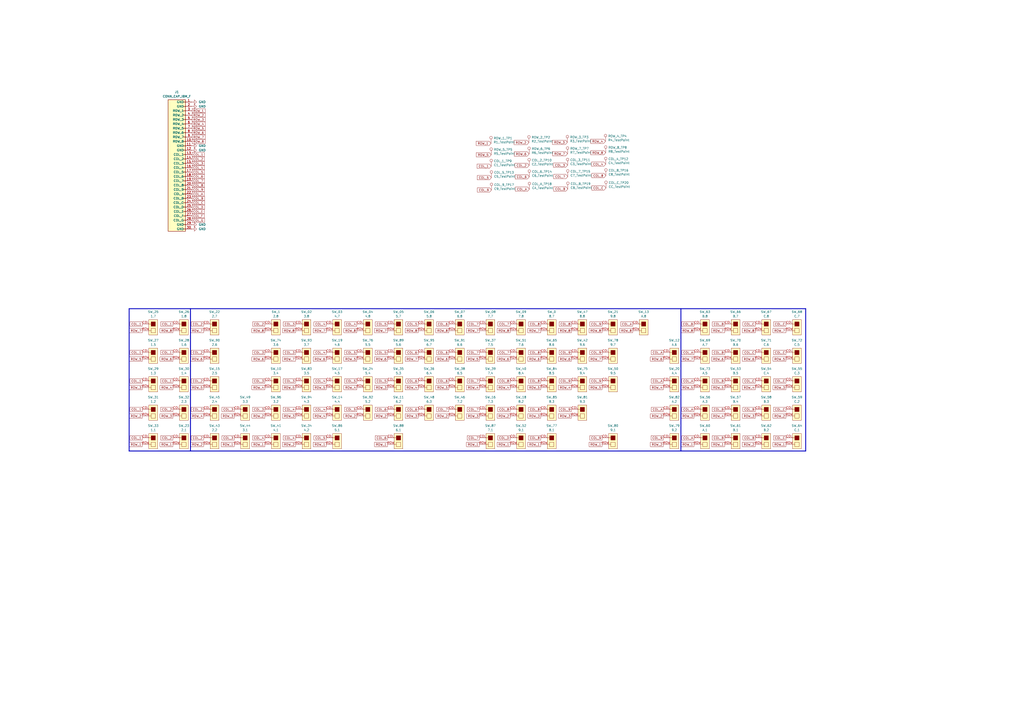
<source format=kicad_sch>
(kicad_sch (version 20220404) (generator eeschema)
  (paper "A2")
  (polyline (pts (xy 110.49 179.07) (xy 110.49 261.62)) (stroke (width 0.508)))
  (polyline (pts (xy 467.36 179.07) (xy 467.36 261.62)) (stroke (width 0.508)))
  (polyline (pts (xy 74.93 179.07) (xy 467.36 179.07)) (stroke (width 0.508)))
  (polyline (pts (xy 394.97 179.07) (xy 394.97 261.62)) (stroke (width 0.508)))
  (polyline (pts (xy 74.93 261.62) (xy 467.36 261.62)) (stroke (width 0.508)))
  (polyline (pts (xy 74.93 179.07) (xy 74.93 261.62)) (stroke (width 0.508)))
  (global_label "ROW_4" (shape input) (at 351.2566 81.9658 180) (property "Intersheet References" "${INTERSHEET_REFS}" (effects hide)))
  (global_label "ROW_4" (shape passive) (at 111.4552 71.882 0) (property "Intersheet References" "${INTERSHEET_REFS}" (effects hide)))
  (global_label "ROW_1" (shape passive) (at 189.23 257.81 180) (property "Intersheet References" "${INTERSHEET_REFS}" (effects hide)))
  (global_label "COL_4" (shape passive) (at 171.45 237.49 180) (property "Intersheet References" "${INTERSHEET_REFS}" (effects hide)))
  (global_label "COL_2" (shape passive) (at 118.11 187.96 180) (property "Intersheet References" "${INTERSHEET_REFS}" (effects hide)))
  (global_label "ROW_6" (shape passive) (at 384.81 208.28 180) (property "Intersheet References" "${INTERSHEET_REFS}" (effects hide)))
  (global_label "ROW_3" (shape passive) (at 111.4552 69.342 0) (property "Intersheet References" "${INTERSHEET_REFS}" (effects hide)))
  (global_label "COL_4" (shape input) (at 351.3836 95.2246 180) (property "Intersheet References" "${INTERSHEET_REFS}" (effects hide)))
  (global_label "ROW_1" (shape passive) (at 420.37 257.81 180) (property "Intersheet References" "${INTERSHEET_REFS}" (effects hide)))
  (global_label "COL_3" (shape passive) (at 153.67 237.49 180) (property "Intersheet References" "${INTERSHEET_REFS}" (effects hide)))
  (global_label "COL_5" (shape passive) (at 189.23 254 180) (property "Intersheet References" "${INTERSHEET_REFS}" (effects hide)))
  (global_label "COL_5" (shape input) (at 285.0642 103.0478 180) (property "Intersheet References" "${INTERSHEET_REFS}" (effects hide)))
  (global_label "ROW_8" (shape passive) (at 260.35 191.77 180) (property "Intersheet References" "${INTERSHEET_REFS}" (effects hide)))
  (global_label "ROW_4" (shape passive) (at 242.57 224.79 180) (property "Intersheet References" "${INTERSHEET_REFS}" (effects hide)))
  (global_label "ROW_6" (shape passive) (at 111.4552 76.962 0) (property "Intersheet References" "${INTERSHEET_REFS}" (effects hide)))
  (global_label "COL_C" (shape passive) (at 438.15 204.47 180) (property "Intersheet References" "${INTERSHEET_REFS}" (effects hide)))
  (global_label "ROW_7" (shape passive) (at 189.23 191.77 180) (property "Intersheet References" "${INTERSHEET_REFS}" (effects hide)))
  (global_label "ROW_6" (shape passive) (at 153.67 208.28 180) (property "Intersheet References" "${INTERSHEET_REFS}" (effects hide)))
  (global_label "COL_A" (shape input) (at 307.1114 109.728 180) (property "Intersheet References" "${INTERSHEET_REFS}" (effects hide)))
  (global_label "COL_8" (shape passive) (at 331.47 187.96 180) (property "Intersheet References" "${INTERSHEET_REFS}" (effects hide)))
  (global_label "COL_1" (shape passive) (at 82.55 254 180) (property "Intersheet References" "${INTERSHEET_REFS}" (effects hide)))
  (global_label "COL_1" (shape passive) (at 82.55 237.49 180) (property "Intersheet References" "${INTERSHEET_REFS}" (effects hide)))
  (global_label "ROW_5" (shape passive) (at 118.11 224.79 180) (property "Intersheet References" "${INTERSHEET_REFS}" (effects hide)))
  (global_label "COL_4" (shape passive) (at 189.23 187.96 180) (property "Intersheet References" "${INTERSHEET_REFS}" (effects hide)))
  (global_label "COL_4" (shape passive) (at 189.23 220.98 180) (property "Intersheet References" "${INTERSHEET_REFS}" (effects hide)))
  (global_label "ROW_6" (shape passive) (at 331.47 208.28 180) (property "Intersheet References" "${INTERSHEET_REFS}" (effects hide)))
  (global_label "COL_8" (shape passive) (at 111.4552 107.442 0) (property "Intersheet References" "${INTERSHEET_REFS}" (effects hide)))
  (global_label "COL_9" (shape passive) (at 349.25 220.98 180) (property "Intersheet References" "${INTERSHEET_REFS}" (effects hide)))
  (global_label "ROW_6" (shape input) (at 306.9336 89.3064 180) (property "Intersheet References" "${INTERSHEET_REFS}" (effects hide)))
  (global_label "ROW_8" (shape passive) (at 207.01 191.77 180) (property "Intersheet References" "${INTERSHEET_REFS}" (effects hide)))
  (global_label "COL_5" (shape passive) (at 111.4552 99.822 0) (property "Intersheet References" "${INTERSHEET_REFS}" (effects hide)))
  (global_label "ROW_4" (shape passive) (at 295.91 224.79 180) (property "Intersheet References" "${INTERSHEET_REFS}" (effects hide)))
  (global_label "COL_A" (shape passive) (at 402.59 220.98 180) (property "Intersheet References" "${INTERSHEET_REFS}" (effects hide)))
  (global_label "ROW_7" (shape passive) (at 242.57 208.28 180) (property "Intersheet References" "${INTERSHEET_REFS}" (effects hide)))
  (global_label "ROW_8" (shape input) (at 351.3582 88.5952 180) (property "Intersheet References" "${INTERSHEET_REFS}" (effects hide)))
  (global_label "COL_1" (shape passive) (at 82.55 220.98 180) (property "Intersheet References" "${INTERSHEET_REFS}" (effects hide)))
  (global_label "COL_9" (shape input) (at 285.115 110.2106 180) (property "Intersheet References" "${INTERSHEET_REFS}" (effects hide)))
  (global_label "ROW_5" (shape passive) (at 402.59 224.79 180) (property "Intersheet References" "${INTERSHEET_REFS}" (effects hide)))
  (global_label "COL_2" (shape passive) (at 111.4552 92.202 0) (property "Intersheet References" "${INTERSHEET_REFS}" (effects hide)))
  (global_label "ROW_1" (shape passive) (at 135.89 257.81 180) (property "Intersheet References" "${INTERSHEET_REFS}" (effects hide)))
  (global_label "COL_8" (shape passive) (at 313.69 204.47 180) (property "Intersheet References" "${INTERSHEET_REFS}" (effects hide)))
  (global_label "ROW_5" (shape passive) (at 111.4552 74.422 0) (property "Intersheet References" "${INTERSHEET_REFS}" (effects hide)))
  (global_label "ROW_8" (shape passive) (at 153.67 191.77 180) (property "Intersheet References" "${INTERSHEET_REFS}" (effects hide)))
  (global_label "ROW_1" (shape passive) (at 100.33 257.81 180) (property "Intersheet References" "${INTERSHEET_REFS}" (effects hide)))
  (global_label "COL_7" (shape passive) (at 295.91 204.47 180) (property "Intersheet References" "${INTERSHEET_REFS}" (effects hide)))
  (global_label "COL_B" (shape passive) (at 438.15 254 180) (property "Intersheet References" "${INTERSHEET_REFS}" (effects hide)))
  (global_label "COL_A" (shape passive) (at 402.59 254 180) (property "Intersheet References" "${INTERSHEET_REFS}" (effects hide)))
  (global_label "COL_A" (shape passive) (at 402.59 204.47 180) (property "Intersheet References" "${INTERSHEET_REFS}" (effects hide)))
  (global_label "ROW_3" (shape passive) (at 171.45 241.3 180) (property "Intersheet References" "${INTERSHEET_REFS}" (effects hide)))
  (global_label "ROW_4" (shape passive) (at 189.23 241.3 180) (property "Intersheet References" "${INTERSHEET_REFS}" (effects hide)))
  (global_label "ROW_2" (shape passive) (at 384.81 241.3 180) (property "Intersheet References" "${INTERSHEET_REFS}" (effects hide)))
  (global_label "COL_2" (shape passive) (at 100.33 237.49 180) (property "Intersheet References" "${INTERSHEET_REFS}" (effects hide)))
  (global_label "COL_7" (shape passive) (at 278.13 220.98 180) (property "Intersheet References" "${INTERSHEET_REFS}" (effects hide)))
  (global_label "ROW_8" (shape passive) (at 242.57 191.77 180) (property "Intersheet References" "${INTERSHEET_REFS}" (effects hide)))
  (global_label "ROW_5" (shape passive) (at 82.55 208.28 180) (property "Intersheet References" "${INTERSHEET_REFS}" (effects hide)))
  (global_label "ROW_6" (shape passive) (at 100.33 208.28 180) (property "Intersheet References" "${INTERSHEET_REFS}" (effects hide)))
  (global_label "COL_9" (shape passive) (at 349.25 254 180) (property "Intersheet References" "${INTERSHEET_REFS}" (effects hide)))
  (global_label "ROW_7" (shape passive) (at 224.79 191.77 180) (property "Intersheet References" "${INTERSHEET_REFS}" (effects hide)))
  (global_label "ROW_7" (shape passive) (at 349.25 208.28 180) (property "Intersheet References" "${INTERSHEET_REFS}" (effects hide)))
  (global_label "COL_C" (shape passive) (at 455.93 237.49 180) (property "Intersheet References" "${INTERSHEET_REFS}" (effects hide)))
  (global_label "ROW_2" (shape passive) (at 455.93 241.3 180) (property "Intersheet References" "${INTERSHEET_REFS}" (effects hide)))
  (global_label "COL_B" (shape passive) (at 420.37 204.47 180) (property "Intersheet References" "${INTERSHEET_REFS}" (effects hide)))
  (global_label "COL_9" (shape passive) (at 349.25 204.47 180) (property "Intersheet References" "${INTERSHEET_REFS}" (effects hide)))
  (global_label "COL_A" (shape passive) (at 384.81 204.47 180) (property "Intersheet References" "${INTERSHEET_REFS}" (effects hide)))
  (global_label "ROW_4" (shape passive) (at 438.15 224.79 180) (property "Intersheet References" "${INTERSHEET_REFS}" (effects hide)))
  (global_label "ROW_8" (shape passive) (at 111.4552 82.042 0) (property "Intersheet References" "${INTERSHEET_REFS}" (effects hide)))
  (global_label "COL_4" (shape passive) (at 153.67 254 180) (property "Intersheet References" "${INTERSHEET_REFS}" (effects hide)))
  (global_label "ROW_4" (shape passive) (at 153.67 224.79 180) (property "Intersheet References" "${INTERSHEET_REFS}" (effects hide)))
  (global_label "COL_C" (shape passive) (at 455.93 254 180) (property "Intersheet References" "${INTERSHEET_REFS}" (effects hide)))
  (global_label "ROW_8" (shape passive) (at 331.47 191.77 180) (property "Intersheet References" "${INTERSHEET_REFS}" (effects hide)))
  (global_label "ROW_7" (shape passive) (at 111.4552 79.502 0) (property "Intersheet References" "${INTERSHEET_REFS}" (effects hide)))
  (global_label "COL_8" (shape passive) (at 313.69 220.98 180) (property "Intersheet References" "${INTERSHEET_REFS}" (effects hide)))
  (global_label "ROW_1" (shape passive) (at 313.69 257.81 180) (property "Intersheet References" "${INTERSHEET_REFS}" (effects hide)))
  (global_label "ROW_6" (shape passive) (at 438.15 208.28 180) (property "Intersheet References" "${INTERSHEET_REFS}" (effects hide)))
  (global_label "ROW_1" (shape passive) (at 111.4552 64.262 0) (property "Intersheet References" "${INTERSHEET_REFS}" (effects hide)))
  (global_label "ROW_7" (shape passive) (at 455.93 191.77 180) (property "Intersheet References" "${INTERSHEET_REFS}" (effects hide)))
  (global_label "COL_B" (shape passive) (at 438.15 237.49 180) (property "Intersheet References" "${INTERSHEET_REFS}" (effects hide)))
  (global_label "COL_8" (shape passive) (at 295.91 237.49 180) (property "Intersheet References" "${INTERSHEET_REFS}" (effects hide)))
  (global_label "COL_A" (shape passive) (at 111.4552 112.522 0) (property "Intersheet References" "${INTERSHEET_REFS}" (effects hide)))
  (global_label "COL_6" (shape input) (at 307.0606 102.5652 180) (property "Intersheet References" "${INTERSHEET_REFS}" (effects hide)))
  (global_label "COL_7" (shape passive) (at 278.13 187.96 180) (property "Intersheet References" "${INTERSHEET_REFS}" (effects hide)))
  (global_label "ROW_3" (shape input) (at 329.1332 82.55 180) (property "Intersheet References" "${INTERSHEET_REFS}" (effects hide)))
  (global_label "ROW_6" (shape passive) (at 260.35 208.28 180) (property "Intersheet References" "${INTERSHEET_REFS}" (effects hide)))
  (global_label "COL_5" (shape passive) (at 207.01 237.49 180) (property "Intersheet References" "${INTERSHEET_REFS}" (effects hide)))
  (global_label "ROW_5" (shape passive) (at 207.01 208.28 180) (property "Intersheet References" "${INTERSHEET_REFS}" (effects hide)))
  (global_label "COL_6" (shape passive) (at 111.4552 102.362 0) (property "Intersheet References" "${INTERSHEET_REFS}" (effects hide)))
  (global_label "ROW_3" (shape passive) (at 224.79 224.79 180) (property "Intersheet References" "${INTERSHEET_REFS}" (effects hide)))
  (global_label "ROW_1" (shape passive) (at 349.25 257.81 180) (property "Intersheet References" "${INTERSHEET_REFS}" (effects hide)))
  (global_label "COL_B" (shape passive) (at 420.37 220.98 180) (property "Intersheet References" "${INTERSHEET_REFS}" (effects hide)))
  (global_label "ROW_2" (shape passive) (at 260.35 241.3 180) (property "Intersheet References" "${INTERSHEET_REFS}" (effects hide)))
  (global_label "COL_7" (shape input) (at 329.3618 102.4382 180) (property "Intersheet References" "${INTERSHEET_REFS}" (effects hide)))
  (global_label "ROW_1" (shape passive) (at 402.59 257.81 180) (property "Intersheet References" "${INTERSHEET_REFS}" (effects hide)))
  (global_label "ROW_7" (shape passive) (at 82.55 191.77 180) (property "Intersheet References" "${INTERSHEET_REFS}" (effects hide)))
  (global_label "COL_2" (shape passive) (at 118.11 254 180) (property "Intersheet References" "${INTERSHEET_REFS}" (effects hide)))
  (global_label "COL_9" (shape passive) (at 331.47 220.98 180) (property "Intersheet References" "${INTERSHEET_REFS}" (effects hide)))
  (global_label "ROW_2" (shape passive) (at 171.45 257.81 180) (property "Intersheet References" "${INTERSHEET_REFS}" (effects hide)))
  (global_label "COL_1" (shape passive) (at 100.33 204.47 180) (property "Intersheet References" "${INTERSHEET_REFS}" (effects hide)))
  (global_label "ROW_1" (shape passive) (at 153.67 257.81 180) (property "Intersheet References" "${INTERSHEET_REFS}" (effects hide)))
  (global_label "ROW_4" (shape passive) (at 420.37 241.3 180) (property "Intersheet References" "${INTERSHEET_REFS}" (effects hide)))
  (global_label "COL_1" (shape passive) (at 111.4552 89.662 0) (property "Intersheet References" "${INTERSHEET_REFS}" (effects hide)))
  (global_label "COL_G" (shape passive) (at 111.4552 127.762 0) (property "Intersheet References" "${INTERSHEET_REFS}" (effects hide)))
  (global_label "COL_3" (shape passive) (at 171.45 220.98 180) (property "Intersheet References" "${INTERSHEET_REFS}" (effects hide)))
  (global_label "ROW_6" (shape passive) (at 118.11 208.28 180) (property "Intersheet References" "${INTERSHEET_REFS}" (effects hide)))
  (global_label "ROW_8" (shape passive) (at 349.25 191.77 180) (property "Intersheet References" "${INTERSHEET_REFS}" (effects hide)))
  (global_label "COL_8" (shape passive) (at 313.69 254 180) (property "Intersheet References" "${INTERSHEET_REFS}" (effects hide)))
  (global_label "COL_6" (shape passive) (at 224.79 237.49 180) (property "Intersheet References" "${INTERSHEET_REFS}" (effects hide)))
  (global_label "ROW_1" (shape passive) (at 295.91 257.81 180) (property "Intersheet References" "${INTERSHEET_REFS}" (effects hide)))
  (global_label "COL_6" (shape passive) (at 242.57 220.98 180) (property "Intersheet References" "${INTERSHEET_REFS}" (effects hide)))
  (global_label "COL_D" (shape passive) (at 295.91 254 180) (property "Intersheet References" "${INTERSHEET_REFS}" (effects hide)))
  (global_label "ROW_6" (shape passive) (at 189.23 208.28 180) (property "Intersheet References" "${INTERSHEET_REFS}" (effects hide)))
  (global_label "COL_2" (shape passive) (at 118.11 237.49 180) (property "Intersheet References" "${INTERSHEET_REFS}" (effects hide)))
  (global_label "COL_3" (shape passive) (at 135.89 237.49 180) (property "Intersheet References" "${INTERSHEET_REFS}" (effects hide)))
  (global_label "ROW_3" (shape passive) (at 455.93 224.79 180) (property "Intersheet References" "${INTERSHEET_REFS}" (effects hide)))
  (global_label "COL_5" (shape passive) (at 224.79 204.47 180) (property "Intersheet References" "${INTERSHEET_REFS}" (effects hide)))
  (global_label "ROW_1" (shape passive) (at 82.55 257.81 180) (property "Intersheet References" "${INTERSHEET_REFS}" (effects hide)))
  (global_label "ROW_8" (shape passive) (at 367.03 191.77 180) (property "Intersheet References" "${INTERSHEET_REFS}" (effects hide)))
  (global_label "ROW_2" (shape passive) (at 438.15 257.81 180) (property "Intersheet References" "${INTERSHEET_REFS}" (effects hide)))
  (global_label "ROW_5" (shape passive) (at 455.93 208.28 180) (property "Intersheet References" "${INTERSHEET_REFS}" (effects hide)))
  (global_label "COL_8" (shape passive) (at 313.69 187.96 180) (property "Intersheet References" "${INTERSHEET_REFS}" (effects hide)))
  (global_label "COL_9" (shape passive) (at 331.47 204.47 180) (property "Intersheet References" "${INTERSHEET_REFS}" (effects hide)))
  (global_label "ROW_1" (shape input) (at 284.8356 83.1596 180) (property "Intersheet References" "${INTERSHEET_REFS}" (effects hide)))
  (global_label "COL_A" (shape passive) (at 384.81 237.49 180) (property "Intersheet References" "${INTERSHEET_REFS}" (effects hide)))
  (global_label "ROW_4" (shape passive) (at 331.47 224.79 180) (property "Intersheet References" "${INTERSHEET_REFS}" (effects hide)))
  (global_label "COL_7" (shape passive) (at 278.13 204.47 180) (property "Intersheet References" "${INTERSHEET_REFS}" (effects hide)))
  (global_label "ROW_3" (shape passive) (at 135.89 241.3 180) (property "Intersheet References" "${INTERSHEET_REFS}" (effects hide)))
  (global_label "ROW_8" (shape passive) (at 438.15 191.77 180) (property "Intersheet References" "${INTERSHEET_REFS}" (effects hide)))
  (global_label "COL_4" (shape passive) (at 111.4552 97.282 0) (property "Intersheet References" "${INTERSHEET_REFS}" (effects hide)))
  (global_label "COL_9" (shape passive) (at 349.25 187.96 180) (property "Intersheet References" "${INTERSHEET_REFS}" (effects hide)))
  (global_label "COL_6" (shape passive) (at 242.57 204.47 180) (property "Intersheet References" "${INTERSHEET_REFS}" (effects hide)))
  (global_label "COL_2" (shape passive) (at 100.33 254 180) (property "Intersheet References" "${INTERSHEET_REFS}" (effects hide)))
  (global_label "ROW_1" (shape passive) (at 224.79 257.81 180) (property "Intersheet References" "${INTERSHEET_REFS}" (effects hide)))
  (global_label "COL_5" (shape passive) (at 242.57 187.96 180) (property "Intersheet References" "${INTERSHEET_REFS}" (effects hide)))
  (global_label "COL_5" (shape passive) (at 224.79 187.96 180) (property "Intersheet References" "${INTERSHEET_REFS}" (effects hide)))
  (global_label "ROW_5" (shape passive) (at 171.45 224.79 180) (property "Intersheet References" "${INTERSHEET_REFS}" (effects hide)))
  (global_label "ROW_5" (shape passive) (at 313.69 224.79 180) (property "Intersheet References" "${INTERSHEET_REFS}" (effects hide)))
  (global_label "COL_B" (shape input) (at 329.4126 109.601 180) (property "Intersheet References" "${INTERSHEET_REFS}" (effects hide)))
  (global_label "ROW_2" (shape passive) (at 118.11 257.81 180) (property "Intersheet References" "${INTERSHEET_REFS}" (effects hide)))
  (global_label "COL_E" (shape passive) (at 111.4552 122.682 0) (property "Intersheet References" "${INTERSHEET_REFS}" (effects hide)))
  (global_label "COL_9" (shape passive) (at 331.47 237.49 180) (property "Intersheet References" "${INTERSHEET_REFS}" (effects hide)))
  (global_label "ROW_4" (shape passive) (at 118.11 241.3 180) (property "Intersheet References" "${INTERSHEET_REFS}" (effects hide)))
  (global_label "COL_1" (shape input) (at 284.9626 96.4184 180) (property "Intersheet References" "${INTERSHEET_REFS}" (effects hide)))
  (global_label "COL_C" (shape passive) (at 111.4552 117.602 0) (property "Intersheet References" "${INTERSHEET_REFS}" (effects hide)))
  (global_label "ROW_2" (shape passive) (at 207.01 241.3 180) (property "Intersheet References" "${INTERSHEET_REFS}" (effects hide)))
  (global_label "ROW_5" (shape passive) (at 189.23 224.79 180) (property "Intersheet References" "${INTERSHEET_REFS}" (effects hide)))
  (global_label "COL_3" (shape passive) (at 171.45 204.47 180) (property "Intersheet References" "${INTERSHEET_REFS}" (effects hide)))
  (global_label "COL_4" (shape passive) (at 189.23 237.49 180) (property "Intersheet References" "${INTERSHEET_REFS}" (effects hide)))
  (global_label "COL_C" (shape passive) (at 438.15 187.96 180) (property "Intersheet References" "${INTERSHEET_REFS}" (effects hide)))
  (global_label "COL_3" (shape passive) (at 153.67 220.98 180) (property "Intersheet References" "${INTERSHEET_REFS}" (effects hide)))
  (global_label "COL_8" (shape passive) (at 313.69 237.49 180) (property "Intersheet References" "${INTERSHEET_REFS}" (effects hide)))
  (global_label "COL_6" (shape passive) (at 260.35 187.96 180) (property "Intersheet References" "${INTERSHEET_REFS}" (effects hide)))
  (global_label "COL_C" (shape passive) (at 455.93 187.96 180) (property "Intersheet References" "${INTERSHEET_REFS}" (effects hide)))
  (global_label "ROW_7" (shape passive) (at 278.13 191.77 180) (property "Intersheet References" "${INTERSHEET_REFS}" (effects hide)))
  (global_label "COL_C" (shape input) (at 351.536 109.0168 180) (property "Intersheet References" "${INTERSHEET_REFS}" (effects hide)))
  (global_label "COL_7" (shape passive) (at 295.91 187.96 180) (property "Intersheet References" "${INTERSHEET_REFS}" (effects hide)))
  (global_label "ROW_5" (shape passive) (at 420.37 224.79 180) (property "Intersheet References" "${INTERSHEET_REFS}" (effects hide)))
  (global_label "COL_3" (shape passive) (at 135.89 254 180) (property "Intersheet References" "${INTERSHEET_REFS}" (effects hide)))
  (global_label "ROW_3" (shape passive) (at 331.47 241.3 180) (property "Intersheet References" "${INTERSHEET_REFS}" (effects hide)))
  (global_label "ROW_2" (shape passive) (at 153.67 241.3 180) (property "Intersheet References" "${INTERSHEET_REFS}" (effects hide)))
  (global_label "COL_6" (shape passive) (at 242.57 237.49 180) (property "Intersheet References" "${INTERSHEET_REFS}" (effects hide)))
  (global_label "ROW_2" (shape input) (at 306.832 82.677 180) (property "Intersheet References" "${INTERSHEET_REFS}" (effects hide)))
  (global_label "ROW_4" (shape passive) (at 384.81 224.79 180) (property "Intersheet References" "${INTERSHEET_REFS}" (effects hide)))
  (global_label "COL_2" (shape passive) (at 118.11 220.98 180) (property "Intersheet References" "${INTERSHEET_REFS}" (effects hide)))
  (global_label "ROW_7" (shape passive) (at 118.11 191.77 180) (property "Intersheet References" "${INTERSHEET_REFS}" (effects hide)))
  (global_label "ROW_6" (shape passive) (at 224.79 208.28 180) (property "Intersheet References" "${INTERSHEET_REFS}" (effects hide)))
  (global_label "COL_1" (shape passive) (at 100.33 187.96 180) (property "Intersheet References" "${INTERSHEET_REFS}" (effects hide)))
  (global_label "COL_7" (shape passive) (at 278.13 237.49 180) (property "Intersheet References" "${INTERSHEET_REFS}" (effects hide)))
  (global_label "COL_8" (shape input) (at 351.4852 101.854 180) (property "Intersheet References" "${INTERSHEET_REFS}" (effects hide)))
  (global_label "ROW_8" (shape passive) (at 171.45 191.77 180) (property "Intersheet References" "${INTERSHEET_REFS}" (effects hide)))
  (global_label "ROW_7" (shape passive) (at 402.59 208.28 180) (property "Intersheet References" "${INTERSHEET_REFS}" (effects hide)))
  (global_label "COL_3" (shape passive) (at 153.67 204.47 180) (property "Intersheet References" "${INTERSHEET_REFS}" (effects hide)))
  (global_label "COL_A" (shape passive) (at 367.03 187.96 180) (property "Intersheet References" "${INTERSHEET_REFS}" (effects hide)))
  (global_label "ROW_5" (shape passive) (at 278.13 208.28 180) (property "Intersheet References" "${INTERSHEET_REFS}" (effects hide)))
  (global_label "COL_3" (shape input) (at 329.2602 95.8088 180) (property "Intersheet References" "${INTERSHEET_REFS}" (effects hide)))
  (global_label "ROW_3" (shape passive) (at 82.55 224.79 180) (property "Intersheet References" "${INTERSHEET_REFS}" (effects hide)))
  (global_label "COL_B" (shape passive) (at 420.37 187.96 180) (property "Intersheet References" "${INTERSHEET_REFS}" (effects hide)))
  (global_label "ROW_3" (shape passive) (at 278.13 241.3 180) (property "Intersheet References" "${INTERSHEET_REFS}" (effects hide)))
  (global_label "ROW_4" (shape passive) (at 207.01 224.79 180) (property "Intersheet References" "${INTERSHEET_REFS}" (effects hide)))
  (global_label "COL_2" (shape input) (at 306.959 95.9358 180) (property "Intersheet References" "${INTERSHEET_REFS}" (effects hide)))
  (global_label "COL_C" (shape passive) (at 438.15 220.98 180) (property "Intersheet References" "${INTERSHEET_REFS}" (effects hide)))
  (global_label "ROW_6" (shape passive) (at 313.69 208.28 180) (property "Intersheet References" "${INTERSHEET_REFS}" (effects hide)))
  (global_label "COL_4" (shape passive) (at 171.45 254 180) (property "Intersheet References" "${INTERSHEET_REFS}" (effects hide)))
  (global_label "COL_6" (shape passive) (at 260.35 204.47 180) (property "Intersheet References" "${INTERSHEET_REFS}" (effects hide)))
  (global_label "ROW_4" (shape passive) (at 100.33 224.79 180) (property "Intersheet References" "${INTERSHEET_REFS}" (effects hide)))
  (global_label "COL_8" (shape passive) (at 295.91 220.98 180) (property "Intersheet References" "${INTERSHEET_REFS}" (effects hide)))
  (global_label "COL_B" (shape passive) (at 420.37 254 180) (property "Intersheet References" "${INTERSHEET_REFS}" (effects hide)))
  (global_label "COL_9" (shape passive) (at 111.4552 109.982 0) (property "Intersheet References" "${INTERSHEET_REFS}" (effects hide)))
  (global_label "ROW_6" (shape passive) (at 420.37 208.28 180) (property "Intersheet References" "${INTERSHEET_REFS}" (effects hide)))
  (global_label "ROW_7" (shape passive) (at 420.37 191.77 180) (property "Intersheet References" "${INTERSHEET_REFS}" (effects hide)))
  (global_label "COL_B" (shape passive) (at 402.59 187.96 180) (property "Intersheet References" "${INTERSHEET_REFS}" (effects hide)))
  (global_label "COL_4" (shape passive) (at 207.01 187.96 180) (property "Intersheet References" "${INTERSHEET_REFS}" (effects hide)))
  (global_label "COL_7" (shape passive) (at 260.35 237.49 180) (property "Intersheet References" "${INTERSHEET_REFS}" (effects hide)))
  (global_label "COL_9" (shape passive) (at 384.81 254 180) (property "Intersheet References" "${INTERSHEET_REFS}" (effects hide)))
  (global_label "COL_2" (shape passive) (at 118.11 204.47 180) (property "Intersheet References" "${INTERSHEET_REFS}" (effects hide)))
  (global_label "ROW_3" (shape passive) (at 242.57 241.3 180) (property "Intersheet References" "${INTERSHEET_REFS}" (effects hide)))
  (global_label "COL_6" (shape passive) (at 224.79 254 180) (property "Intersheet References" "${INTERSHEET_REFS}" (effects hide)))
  (global_label "ROW_1" (shape passive) (at 278.13 257.81 180) (property "Intersheet References" "${INTERSHEET_REFS}" (effects hide)))
  (global_label "ROW_2" (shape passive) (at 82.55 241.3 180) (property "Intersheet References" "${INTERSHEET_REFS}" (effects hide)))
  (global_label "ROW_2" (shape passive) (at 224.79 241.3 180) (property "Intersheet References" "${INTERSHEET_REFS}" (effects hide)))
  (global_label "ROW_4" (shape passive) (at 278.13 224.79 180) (property "Intersheet References" "${INTERSHEET_REFS}" (effects hide)))
  (global_label "ROW_8" (shape passive) (at 402.59 191.77 180) (property "Intersheet References" "${INTERSHEET_REFS}" (effects hide)))
  (global_label "ROW_3" (shape passive) (at 402.59 241.3 180) (property "Intersheet References" "${INTERSHEET_REFS}" (effects hide)))
  (global_label "ROW_5" (shape input) (at 284.9372 89.789 180) (property "Intersheet References" "${INTERSHEET_REFS}" (effects hide)))
  (global_label "COL_C" (shape passive) (at 455.93 220.98 180) (property "Intersheet References" "${INTERSHEET_REFS}" (effects hide)))
  (global_label "ROW_3" (shape passive) (at 313.69 241.3 180) (property "Intersheet References" "${INTERSHEET_REFS}" (effects hide)))
  (global_label "COL_1" (shape passive) (at 100.33 220.98 180) (property "Intersheet References" "${INTERSHEET_REFS}" (effects hide)))
  (global_label "COL_A" (shape passive) (at 402.59 237.49 180) (property "Intersheet References" "${INTERSHEET_REFS}" (effects hide)))
  (global_label "ROW_5" (shape passive) (at 349.25 224.79 180) (property "Intersheet References" "${INTERSHEET_REFS}" (effects hide)))
  (global_label "ROW_7" (shape passive) (at 313.69 191.77 180) (property "Intersheet References" "${INTERSHEET_REFS}" (effects hide)))
  (global_label "ROW_7" (shape passive) (at 171.45 208.28 180) (property "Intersheet References" "${INTERSHEET_REFS}" (effects hide)))
  (global_label "ROW_5" (shape passive) (at 260.35 224.79 180) (property "Intersheet References" "${INTERSHEET_REFS}" (effects hide)))
  (global_label "COL_1" (shape passive) (at 82.55 187.96 180) (property "Intersheet References" "${INTERSHEET_REFS}" (effects hide)))
  (global_label "ROW_7" (shape input) (at 329.2348 89.1794 180) (property "Intersheet References" "${INTERSHEET_REFS}" (effects hide)))
  (global_label "COL_2" (shape passive) (at 153.67 187.96 180) (property "Intersheet References" "${INTERSHEET_REFS}" (effects hide)))
  (global_label "COL_4" (shape passive) (at 189.23 204.47 180) (property "Intersheet References" "${INTERSHEET_REFS}" (effects hide)))
  (global_label "ROW_1" (shape passive) (at 455.93 257.81 180) (property "Intersheet References" "${INTERSHEET_REFS}" (effects hide)))
  (global_label "COL_7" (shape passive) (at 111.4552 104.902 0) (property "Intersheet References" "${INTERSHEET_REFS}" (effects hide)))
  (global_label "COL_5" (shape passive) (at 207.01 220.98 180) (property "Intersheet References" "${INTERSHEET_REFS}" (effects hide)))
  (global_label "ROW_3" (shape passive) (at 438.15 241.3 180) (property "Intersheet References" "${INTERSHEET_REFS}" (effects hide)))
  (global_label "ROW_6" (shape passive) (at 295.91 208.28 180) (property "Intersheet References" "${INTERSHEET_REFS}" (effects hide)))
  (global_label "COL_B" (shape passive) (at 111.4552 115.062 0) (property "Intersheet References" "${INTERSHEET_REFS}" (effects hide)))
  (global_label "COL_5" (shape passive) (at 207.01 204.47 180) (property "Intersheet References" "${INTERSHEET_REFS}" (effects hide)))
  (global_label "COL_3" (shape passive) (at 111.4552 94.742 0) (property "Intersheet References" "${INTERSHEET_REFS}" (effects hide)))
  (global_label "ROW_2" (shape passive) (at 295.91 241.3 180) (property "Intersheet References" "${INTERSHEET_REFS}" (effects hide)))
  (global_label "COL_A" (shape passive) (at 384.81 220.98 180) (property "Intersheet References" "${INTERSHEET_REFS}" (effects hide)))
  (global_label "COL_F" (shape passive) (at 111.4552 125.222 0) (property "Intersheet References" "${INTERSHEET_REFS}" (effects hide)))
  (global_label "COL_5" (shape passive) (at 224.79 220.98 180) (property "Intersheet References" "${INTERSHEET_REFS}" (effects hide)))
  (global_label "COL_7" (shape passive) (at 278.13 254 180) (property "Intersheet References" "${INTERSHEET_REFS}" (effects hide)))
  (global_label "ROW_3" (shape passive) (at 100.33 241.3 180) (property "Intersheet References" "${INTERSHEET_REFS}" (effects hide)))
  (global_label "COL_3" (shape passive) (at 171.45 187.96 180) (property "Intersheet References" "${INTERSHEET_REFS}" (effects hide)))
  (global_label "COL_1" (shape passive) (at 82.55 204.47 180) (property "Intersheet References" "${INTERSHEET_REFS}" (effects hide)))
  (global_label "COL_6" (shape passive) (at 260.35 220.98 180) (property "Intersheet References" "${INTERSHEET_REFS}" (effects hide)))
  (global_label "COL_D" (shape passive) (at 111.4552 120.142 0) (property "Intersheet References" "${INTERSHEET_REFS}" (effects hide)))
  (global_label "ROW_2" (shape passive) (at 111.4552 66.802 0) (property "Intersheet References" "${INTERSHEET_REFS}" (effects hide)))
  (global_label "COL_C" (shape passive) (at 455.93 204.47 180) (property "Intersheet References" "${INTERSHEET_REFS}" (effects hide)))
  (global_label "ROW_8" (shape passive) (at 295.91 191.77 180) (property "Intersheet References" "${INTERSHEET_REFS}" (effects hide)))
  (global_label "ROW_2" (shape passive) (at 384.81 257.81 180) (property "Intersheet References" "${INTERSHEET_REFS}" (effects hide)))
  (global_label "COL_B" (shape passive) (at 420.37 237.49 180) (property "Intersheet References" "${INTERSHEET_REFS}" (effects hide)))
  (global_label "ROW_8" (shape passive) (at 100.33 191.77 180) (property "Intersheet References" "${INTERSHEET_REFS}" (effects hide)))
  (symbol (lib_id "power:GND") (at 111.4552 132.842 90) (unit 1)
    (default_instance (reference "U") (unit 1) (value "") (footprint ""))
    (property "Reference" "#PWR06" (effects hide))
    (property "Value" "GND" (at 115.2652 132.842 90) (effects (justify right)))
  )
  (symbol (lib_id "power:GND") (at 111.4552 130.302 90) (unit 1)
    (default_instance (reference "U") (unit 1) (value "") (footprint ""))
    (property "Reference" "#PWR05" (effects hide))
    (property "Value" "GND" (at 115.2652 130.302 90) (effects (justify right)))
  )
  (symbol (lib_id "power:GND") (at 111.4552 84.582 90) (unit 1)
    (default_instance (reference "U") (unit 1) (value "") (footprint ""))
    (property "Reference" "#PWR03" (effects hide))
    (property "Value" "GND" (at 115.2652 84.582 90) (effects (justify right)))
  )
  (symbol (lib_id "power:GND") (at 111.4552 87.122 90) (unit 1)
    (default_instance (reference "U") (unit 1) (value "") (footprint ""))
    (property "Reference" "#PWR04" (effects hide))
    (property "Value" "GND" (at 115.2652 87.122 90) (effects (justify right)))
  )
  (symbol (lib_id "power:GND") (at 111.4552 59.182 90) (unit 1)
    (default_instance (reference "U") (unit 1) (value "") (footprint ""))
    (property "Reference" "#PWR01" (effects hide))
    (property "Value" "GND" (at 115.2652 59.182 90) (effects (justify right)))
  )
  (symbol (lib_id "power:GND") (at 111.4552 61.722 90) (unit 1)
    (default_instance (reference "U") (unit 1) (value "") (footprint ""))
    (property "Reference" "#PWR02" (effects hide))
    (property "Value" "GND" (at 115.2652 61.722 90) (effects (justify right)))
  )
  (symbol (lib_id "lib_sch:CONN_CAP_IBM_F") (at 102.5652 94.742 0) (mirror y) (unit 1)
    (default_instance (reference "U") (unit 1) (value "") (footprint ""))
    (property "Reference" "J1" (at 102.5652 54.102 0) (effects (justify bottom)))
    (property "Value" "CONN_CAP_IBM_F" (at 102.5652 56.642 0) (effects (justify bottom)))
    (property "Footprint" "lib_fp:CONN_CAP_IBM_F" (effects hide))
  )
  (symbol (lib_id "lib_sch:SW_CAP_IBM_F") (at 408.94 187.96 0) (unit 1)
    (default_instance (reference "U") (unit 1) (value "") (footprint ""))
    (property "Reference" "SW_63" (at 408.94 181.61 0) (effects (justify bottom)))
    (property "Value" "B,8" (at 408.94 184.15 0) (effects (justify bottom)))
    (property "Footprint" "lib_fp:SW_CAP_IBM_F" (effects hide))
  )
  (symbol (lib_id "lib_sch:SW_CAP_IBM_F") (at 426.72 187.96 0) (unit 1)
    (default_instance (reference "U") (unit 1) (value "") (footprint ""))
    (property "Reference" "SW_66" (at 426.72 181.61 0) (effects (justify bottom)))
    (property "Value" "B,7" (at 426.72 184.15 0) (effects (justify bottom)))
    (property "Footprint" "lib_fp:SW_CAP_IBM_F_ALT" (effects hide))
  )
  (symbol (lib_id "lib_sch:SW_CAP_IBM_F") (at 444.5 187.96 0) (unit 1)
    (default_instance (reference "U") (unit 1) (value "") (footprint ""))
    (property "Reference" "SW_67" (at 444.5 181.61 0) (effects (justify bottom)))
    (property "Value" "C,8" (at 444.5 184.15 0) (effects (justify bottom)))
    (property "Footprint" "lib_fp:SW_CAP_IBM_F" (effects hide))
  )
  (symbol (lib_id "lib_sch:SW_CAP_IBM_F") (at 462.28 187.96 0) (unit 1)
    (default_instance (reference "U") (unit 1) (value "") (footprint ""))
    (property "Reference" "SW_68" (at 462.28 181.61 0) (effects (justify bottom)))
    (property "Value" "C,7" (at 462.28 184.15 0) (effects (justify bottom)))
    (property "Footprint" "lib_fp:SW_CAP_IBM_F_ALT" (effects hide))
  )
  (symbol (lib_id "lib_sch:SW_CAP_IBM_F") (at 408.94 204.47 0) (unit 1)
    (default_instance (reference "U") (unit 1) (value "") (footprint ""))
    (property "Reference" "SW_69" (at 408.94 198.12 0) (effects (justify bottom)))
    (property "Value" "A,7" (at 408.94 200.66 0) (effects (justify bottom)))
    (property "Footprint" "lib_fp:SW_CAP_IBM_F_ALT" (effects hide))
  )
  (symbol (lib_id "lib_sch:SW_CAP_IBM_F") (at 426.72 204.47 0) (unit 1)
    (default_instance (reference "U") (unit 1) (value "") (footprint ""))
    (property "Reference" "SW_70" (at 426.72 198.12 0) (effects (justify bottom)))
    (property "Value" "B,6" (at 426.72 200.66 0) (effects (justify bottom)))
    (property "Footprint" "lib_fp:SW_CAP_IBM_F" (effects hide))
  )
  (symbol (lib_id "lib_sch:SW_CAP_IBM_F") (at 444.5 204.47 0) (unit 1)
    (default_instance (reference "U") (unit 1) (value "") (footprint ""))
    (property "Reference" "SW_71" (at 444.5 198.12 0) (effects (justify bottom)))
    (property "Value" "C,6" (at 444.5 200.66 0) (effects (justify bottom)))
    (property "Footprint" "lib_fp:SW_CAP_IBM_F" (effects hide))
  )
  (symbol (lib_id "lib_sch:SW_CAP_IBM_F") (at 462.28 204.47 0) (unit 1)
    (default_instance (reference "U") (unit 1) (value "") (footprint ""))
    (property "Reference" "SW_72" (at 462.28 198.12 0) (effects (justify bottom)))
    (property "Value" "C,5" (at 462.28 200.66 0) (effects (justify bottom)))
    (property "Footprint" "lib_fp:SW_CAP_IBM_F_ALT" (effects hide))
  )
  (symbol (lib_id "lib_sch:SW_CAP_IBM_F") (at 408.94 220.98 0) (unit 1)
    (default_instance (reference "U") (unit 1) (value "") (footprint ""))
    (property "Reference" "SW_73" (at 408.94 214.63 0) (effects (justify bottom)))
    (property "Value" "A,5" (at 408.94 217.17 0) (effects (justify bottom)))
    (property "Footprint" "lib_fp:SW_CAP_IBM_F_ALT" (effects hide))
  )
  (symbol (lib_id "lib_sch:SW_CAP_IBM_F") (at 426.72 220.98 0) (unit 1)
    (default_instance (reference "U") (unit 1) (value "") (footprint ""))
    (property "Reference" "SW_53" (at 426.72 214.63 0) (effects (justify bottom)))
    (property "Value" "B,5" (at 426.72 217.17 0) (effects (justify bottom)))
    (property "Footprint" "lib_fp:SW_CAP_IBM_F" (effects hide))
  )
  (symbol (lib_id "lib_sch:SW_CAP_IBM_F") (at 444.5 220.98 0) (unit 1)
    (default_instance (reference "U") (unit 1) (value "") (footprint ""))
    (property "Reference" "SW_54" (at 444.5 214.63 0) (effects (justify bottom)))
    (property "Value" "C,4" (at 444.5 217.17 0) (effects (justify bottom)))
    (property "Footprint" "lib_fp:SW_CAP_IBM_F_ALT" (effects hide))
  )
  (symbol (lib_id "lib_sch:SW_CAP_IBM_F") (at 462.28 220.98 0) (unit 1)
    (default_instance (reference "U") (unit 1) (value "") (footprint ""))
    (property "Reference" "SW_55" (at 462.28 214.63 0) (effects (justify bottom)))
    (property "Value" "C,3" (at 462.28 217.17 0) (effects (justify bottom)))
    (property "Footprint" "lib_fp:SW_CAP_IBM_F" (effects hide))
  )
  (symbol (lib_id "lib_sch:SW_CAP_IBM_F") (at 408.94 237.49 0) (unit 1)
    (default_instance (reference "U") (unit 1) (value "") (footprint ""))
    (property "Reference" "SW_56" (at 408.94 231.14 0) (effects (justify bottom)))
    (property "Value" "A,3" (at 408.94 233.68 0) (effects (justify bottom)))
    (property "Footprint" "lib_fp:SW_CAP_IBM_F_ALT" (effects hide))
  )
  (symbol (lib_id "lib_sch:SW_CAP_IBM_F") (at 426.72 237.49 0) (unit 1)
    (default_instance (reference "U") (unit 1) (value "") (footprint ""))
    (property "Reference" "SW_57" (at 426.72 231.14 0) (effects (justify bottom)))
    (property "Value" "B,4" (at 426.72 233.68 0) (effects (justify bottom)))
    (property "Footprint" "lib_fp:SW_CAP_IBM_F" (effects hide))
  )
  (symbol (lib_id "lib_sch:SW_CAP_IBM_F") (at 444.5 237.49 0) (unit 1)
    (default_instance (reference "U") (unit 1) (value "") (footprint ""))
    (property "Reference" "SW_58" (at 444.5 231.14 0) (effects (justify bottom)))
    (property "Value" "B,3" (at 444.5 233.68 0) (effects (justify bottom)))
    (property "Footprint" "lib_fp:SW_CAP_IBM_F" (effects hide))
  )
  (symbol (lib_id "lib_sch:SW_CAP_IBM_F") (at 462.28 237.49 0) (unit 1)
    (default_instance (reference "U") (unit 1) (value "") (footprint ""))
    (property "Reference" "SW_59" (at 462.28 231.14 0) (effects (justify bottom)))
    (property "Value" "C,2" (at 462.28 233.68 0) (effects (justify bottom)))
    (property "Footprint" "lib_fp:SW_CAP_IBM_F_ALT" (effects hide))
  )
  (symbol (lib_id "lib_sch:SW_CAP_IBM_F") (at 408.94 254 0) (unit 1)
    (default_instance (reference "U") (unit 1) (value "") (footprint ""))
    (property "Reference" "SW_60" (at 408.94 247.65 0) (effects (justify bottom)))
    (property "Value" "A,1" (at 408.94 250.19 0) (effects (justify bottom)))
    (property "Footprint" "lib_fp:SW_CAP_IBM_F_ALT" (effects hide))
  )
  (symbol (lib_id "lib_sch:SW_CAP_IBM_F") (at 426.72 254 0) (unit 1)
    (default_instance (reference "U") (unit 1) (value "") (footprint ""))
    (property "Reference" "SW_61" (at 426.72 247.65 0) (effects (justify bottom)))
    (property "Value" "B,1" (at 426.72 250.19 0) (effects (justify bottom)))
    (property "Footprint" "lib_fp:SW_CAP_IBM_F" (effects hide))
  )
  (symbol (lib_id "lib_sch:SW_CAP_IBM_F") (at 444.5 254 0) (unit 1)
    (default_instance (reference "U") (unit 1) (value "") (footprint ""))
    (property "Reference" "SW_62" (at 444.5 247.65 0) (effects (justify bottom)))
    (property "Value" "B,2" (at 444.5 250.19 0) (effects (justify bottom)))
    (property "Footprint" "lib_fp:SW_CAP_IBM_F_ALT" (effects hide))
  )
  (symbol (lib_id "lib_sch:SW_CAP_IBM_F") (at 462.28 254 0) (unit 1)
    (default_instance (reference "U") (unit 1) (value "") (footprint ""))
    (property "Reference" "SW_64" (at 462.28 247.65 0) (effects (justify bottom)))
    (property "Value" "C,1" (at 462.28 250.19 0) (effects (justify bottom)))
    (property "Footprint" "lib_fp:SW_CAP_IBM_F" (effects hide))
  )
  (symbol (lib_id "lib_sch:SW_CAP_IBM_F") (at 88.9 187.96 0) (unit 1)
    (default_instance (reference "U") (unit 1) (value "") (footprint ""))
    (property "Reference" "SW_25" (at 88.9 181.61 0) (effects (justify bottom)))
    (property "Value" "1,7" (at 88.9 184.15 0) (effects (justify bottom)))
    (property "Footprint" "lib_fp:SW_CAP_IBM_F_ALT" (effects hide))
  )
  (symbol (lib_id "lib_sch:SW_CAP_IBM_F") (at 106.68 187.96 0) (unit 1)
    (default_instance (reference "U") (unit 1) (value "") (footprint ""))
    (property "Reference" "SW_26" (at 106.68 181.61 0) (effects (justify bottom)))
    (property "Value" "1,8" (at 106.68 184.15 0) (effects (justify bottom)))
    (property "Footprint" "lib_fp:SW_CAP_IBM_F" (effects hide))
  )
  (symbol (lib_id "lib_sch:SW_CAP_IBM_F") (at 88.9 204.47 0) (unit 1)
    (default_instance (reference "U") (unit 1) (value "") (footprint ""))
    (property "Reference" "SW_27" (at 88.9 198.12 0) (effects (justify bottom)))
    (property "Value" "1,5" (at 88.9 200.66 0) (effects (justify bottom)))
    (property "Footprint" "lib_fp:SW_CAP_IBM_F_ALT" (effects hide))
  )
  (symbol (lib_id "lib_sch:SW_CAP_IBM_F") (at 106.68 204.47 0) (unit 1)
    (default_instance (reference "U") (unit 1) (value "") (footprint ""))
    (property "Reference" "SW_28" (at 106.68 198.12 0) (effects (justify bottom)))
    (property "Value" "1,6" (at 106.68 200.66 0) (effects (justify bottom)))
    (property "Footprint" "lib_fp:SW_CAP_IBM_F" (effects hide))
  )
  (symbol (lib_id "lib_sch:SW_CAP_IBM_F") (at 88.9 220.98 0) (unit 1)
    (default_instance (reference "U") (unit 1) (value "") (footprint ""))
    (property "Reference" "SW_29" (at 88.9 214.63 0) (effects (justify bottom)))
    (property "Value" "1,3" (at 88.9 217.17 0) (effects (justify bottom)))
    (property "Footprint" "lib_fp:SW_CAP_IBM_F_ALT" (effects hide))
  )
  (symbol (lib_id "lib_sch:SW_CAP_IBM_F") (at 106.68 220.98 0) (unit 1)
    (default_instance (reference "U") (unit 1) (value "") (footprint ""))
    (property "Reference" "SW_30" (at 106.68 214.63 0) (effects (justify bottom)))
    (property "Value" "1,4" (at 106.68 217.17 0) (effects (justify bottom)))
    (property "Footprint" "lib_fp:SW_CAP_IBM_F" (effects hide))
  )
  (symbol (lib_id "lib_sch:SW_CAP_IBM_F") (at 88.9 237.49 0) (unit 1)
    (default_instance (reference "U") (unit 1) (value "") (footprint ""))
    (property "Reference" "SW_31" (at 88.9 231.14 0) (effects (justify bottom)))
    (property "Value" "1,2" (at 88.9 233.68 0) (effects (justify bottom)))
    (property "Footprint" "lib_fp:SW_CAP_IBM_F_ALT" (effects hide))
  )
  (symbol (lib_id "lib_sch:SW_CAP_IBM_F") (at 106.68 237.49 0) (unit 1)
    (default_instance (reference "U") (unit 1) (value "") (footprint ""))
    (property "Reference" "SW_32" (at 106.68 231.14 0) (effects (justify bottom)))
    (property "Value" "2,3" (at 106.68 233.68 0) (effects (justify bottom)))
    (property "Footprint" "lib_fp:SW_CAP_IBM_F" (effects hide))
  )
  (symbol (lib_id "lib_sch:SW_CAP_IBM_F") (at 88.9 254 0) (unit 1)
    (default_instance (reference "U") (unit 1) (value "") (footprint ""))
    (property "Reference" "SW_33" (at 88.9 247.65 0) (effects (justify bottom)))
    (property "Value" "1,1" (at 88.9 250.19 0) (effects (justify bottom)))
    (property "Footprint" "lib_fp:SW_CAP_IBM_F_ALT" (effects hide))
  )
  (symbol (lib_id "lib_sch:SW_CAP_IBM_F") (at 106.68 254 0) (unit 1)
    (default_instance (reference "U") (unit 1) (value "") (footprint ""))
    (property "Reference" "SW_23" (at 106.68 247.65 0) (effects (justify bottom)))
    (property "Value" "2,1" (at 106.68 250.19 0) (effects (justify bottom)))
    (property "Footprint" "lib_fp:SW_CAP_IBM_F" (effects hide))
  )
  (symbol (lib_id "lib_sch:SW_CAP_IBM_F") (at 337.82 187.96 0) (unit 1)
    (default_instance (reference "U") (unit 1) (value "") (footprint ""))
    (property "Reference" "SW_47" (at 337.82 181.61 0) (effects (justify bottom)))
    (property "Value" "8,8" (at 337.82 184.15 0) (effects (justify bottom)))
    (property "Footprint" "lib_fp:SW_CAP_IBM_F" (effects hide))
  )
  (symbol (lib_id "lib_sch:SW_CAP_IBM_F") (at 320.04 187.96 0) (unit 1)
    (default_instance (reference "U") (unit 1) (value "") (footprint ""))
    (property "Reference" "SW_0" (at 320.04 181.61 0) (effects (justify bottom)))
    (property "Value" "8,7" (at 320.04 184.15 0) (effects (justify bottom)))
    (property "Footprint" "lib_fp:SW_CAP_IBM_F_ALT" (effects hide))
  )
  (symbol (lib_id "lib_sch:SW_CAP_IBM_F") (at 302.26 187.96 0) (unit 1)
    (default_instance (reference "U") (unit 1) (value "") (footprint ""))
    (property "Reference" "SW_09" (at 302.26 181.61 0) (effects (justify bottom)))
    (property "Value" "7,8" (at 302.26 184.15 0) (effects (justify bottom)))
    (property "Footprint" "lib_fp:SW_CAP_IBM_F" (effects hide))
  )
  (symbol (lib_id "lib_sch:SW_CAP_IBM_F") (at 284.48 187.96 0) (unit 1)
    (default_instance (reference "U") (unit 1) (value "") (footprint ""))
    (property "Reference" "SW_08" (at 284.48 181.61 0) (effects (justify bottom)))
    (property "Value" "7,7" (at 284.48 184.15 0) (effects (justify bottom)))
    (property "Footprint" "lib_fp:SW_CAP_IBM_F_ALT" (effects hide))
  )
  (symbol (lib_id "lib_sch:SW_CAP_IBM_F") (at 266.7 187.96 0) (unit 1)
    (default_instance (reference "U") (unit 1) (value "") (footprint ""))
    (property "Reference" "SW_07" (at 266.7 181.61 0) (effects (justify bottom)))
    (property "Value" "6,8" (at 266.7 184.15 0) (effects (justify bottom)))
    (property "Footprint" "lib_fp:SW_CAP_IBM_F" (effects hide))
  )
  (symbol (lib_id "lib_sch:SW_CAP_IBM_F") (at 248.92 187.96 0) (unit 1)
    (default_instance (reference "U") (unit 1) (value "") (footprint ""))
    (property "Reference" "SW_06" (at 248.92 181.61 0) (effects (justify bottom)))
    (property "Value" "5,8" (at 248.92 184.15 0) (effects (justify bottom)))
    (property "Footprint" "lib_fp:SW_CAP_IBM_F_ALT" (effects hide))
  )
  (symbol (lib_id "lib_sch:SW_CAP_IBM_F") (at 231.14 187.96 0) (unit 1)
    (default_instance (reference "U") (unit 1) (value "") (footprint ""))
    (property "Reference" "SW_05" (at 231.14 181.61 0) (effects (justify bottom)))
    (property "Value" "5,7" (at 231.14 184.15 0) (effects (justify bottom)))
    (property "Footprint" "lib_fp:SW_CAP_IBM_F" (effects hide))
  )
  (symbol (lib_id "lib_sch:SW_CAP_IBM_F") (at 213.36 187.96 0) (unit 1)
    (default_instance (reference "U") (unit 1) (value "") (footprint ""))
    (property "Reference" "SW_04" (at 213.36 181.61 0) (effects (justify bottom)))
    (property "Value" "4,8" (at 213.36 184.15 0) (effects (justify bottom)))
    (property "Footprint" "lib_fp:SW_CAP_IBM_F_ALT" (effects hide))
  )
  (symbol (lib_id "lib_sch:SW_CAP_IBM_F") (at 195.58 187.96 0) (unit 1)
    (default_instance (reference "U") (unit 1) (value "") (footprint ""))
    (property "Reference" "SW_03" (at 195.58 181.61 0) (effects (justify bottom)))
    (property "Value" "4,7" (at 195.58 184.15 0) (effects (justify bottom)))
    (property "Footprint" "lib_fp:SW_CAP_IBM_F" (effects hide))
  )
  (symbol (lib_id "lib_sch:SW_CAP_IBM_F") (at 177.8 187.96 0) (unit 1)
    (default_instance (reference "U") (unit 1) (value "") (footprint ""))
    (property "Reference" "SW_02" (at 177.8 181.61 0) (effects (justify bottom)))
    (property "Value" "3,8" (at 177.8 184.15 0) (effects (justify bottom)))
    (property "Footprint" "lib_fp:SW_CAP_IBM_F_ALT" (effects hide))
  )
  (symbol (lib_id "lib_sch:SW_CAP_IBM_F") (at 160.02 187.96 0) (unit 1)
    (default_instance (reference "U") (unit 1) (value "") (footprint ""))
    (property "Reference" "SW_1" (at 160.02 181.61 0) (effects (justify bottom)))
    (property "Value" "2,8" (at 160.02 184.15 0) (effects (justify bottom)))
    (property "Footprint" "lib_fp:SW_CAP_IBM_F" (effects hide))
  )
  (symbol (lib_id "lib_sch:SW_CAP_IBM_F") (at 124.46 187.96 0) (unit 1)
    (default_instance (reference "U") (unit 1) (value "") (footprint ""))
    (property "Reference" "SW_22" (at 124.46 181.61 0) (effects (justify bottom)))
    (property "Value" "2,7" (at 124.46 184.15 0) (effects (justify bottom)))
    (property "Footprint" "lib_fp:SW_CAP_IBM_F_ALT" (effects hide))
  )
  (symbol (lib_id "lib_sch:SW_CAP_IBM_F") (at 373.38 187.96 0) (unit 1)
    (default_instance (reference "U") (unit 1) (value "") (footprint ""))
    (property "Reference" "SW_13" (at 373.38 181.61 0) (effects (justify bottom)))
    (property "Value" "A,8" (at 373.38 184.15 0) (effects (justify bottom)))
    (property "Footprint" "lib_fp:SW_CAP_IBM_F" (effects hide))
  )
  (symbol (lib_id "lib_sch:SW_CAP_IBM_F") (at 355.6 187.96 0) (unit 1)
    (default_instance (reference "U") (unit 1) (value "") (footprint ""))
    (property "Reference" "SW_21" (at 355.6 181.61 0) (effects (justify bottom)))
    (property "Value" "9,8" (at 355.6 184.15 0) (effects (justify bottom)))
    (property "Footprint" "lib_fp:SW_CAP_IBM_F_ALT" (effects hide))
  )
  (symbol (lib_id "lib_sch:SW_CAP_IBM_F") (at 337.82 204.47 0) (unit 1)
    (default_instance (reference "U") (unit 1) (value "") (footprint ""))
    (property "Reference" "SW_42" (at 337.82 198.12 0) (effects (justify bottom)))
    (property "Value" "9,6" (at 337.82 200.66 0) (effects (justify bottom)))
    (property "Footprint" "lib_fp:SW_CAP_IBM_F" (effects hide))
  )
  (symbol (lib_id "lib_sch:SW_CAP_IBM_F") (at 320.04 204.47 0) (unit 1)
    (default_instance (reference "U") (unit 1) (value "") (footprint ""))
    (property "Reference" "SW_65" (at 320.04 198.12 0) (effects (justify bottom)))
    (property "Value" "8,6" (at 320.04 200.66 0) (effects (justify bottom)))
    (property "Footprint" "lib_fp:SW_CAP_IBM_F" (effects hide))
  )
  (symbol (lib_id "lib_sch:SW_CAP_IBM_F") (at 302.26 204.47 0) (unit 1)
    (default_instance (reference "U") (unit 1) (value "") (footprint ""))
    (property "Reference" "SW_51" (at 302.26 198.12 0) (effects (justify bottom)))
    (property "Value" "7,6" (at 302.26 200.66 0) (effects (justify bottom)))
    (property "Footprint" "lib_fp:SW_CAP_IBM_F_ALT" (effects hide))
  )
  (symbol (lib_id "lib_sch:SW_CAP_IBM_F") (at 284.48 204.47 0) (unit 1)
    (default_instance (reference "U") (unit 1) (value "") (footprint ""))
    (property "Reference" "SW_37" (at 284.48 198.12 0) (effects (justify bottom)))
    (property "Value" "7,5" (at 284.48 200.66 0) (effects (justify bottom)))
    (property "Footprint" "lib_fp:SW_CAP_IBM_F" (effects hide))
  )
  (symbol (lib_id "lib_sch:SW_CAP_IBM_F") (at 266.7 204.47 0) (unit 1)
    (default_instance (reference "U") (unit 1) (value "") (footprint ""))
    (property "Reference" "SW_91" (at 266.7 198.12 0) (effects (justify bottom)))
    (property "Value" "6,6" (at 266.7 200.66 0) (effects (justify bottom)))
    (property "Footprint" "lib_fp:SW_CAP_IBM_F" (effects hide))
  )
  (symbol (lib_id "lib_sch:SW_CAP_IBM_F") (at 248.92 204.47 0) (unit 1)
    (default_instance (reference "U") (unit 1) (value "") (footprint ""))
    (property "Reference" "SW_95" (at 248.92 198.12 0) (effects (justify bottom)))
    (property "Value" "6,7" (at 248.92 200.66 0) (effects (justify bottom)))
    (property "Footprint" "lib_fp:SW_CAP_IBM_F_ALT" (effects hide))
  )
  (symbol (lib_id "lib_sch:SW_CAP_IBM_F") (at 231.14 204.47 0) (unit 1)
    (default_instance (reference "U") (unit 1) (value "") (footprint ""))
    (property "Reference" "SW_89" (at 231.14 198.12 0) (effects (justify bottom)))
    (property "Value" "5,6" (at 231.14 200.66 0) (effects (justify bottom)))
    (property "Footprint" "lib_fp:SW_CAP_IBM_F_ALT" (effects hide))
  )
  (symbol (lib_id "lib_sch:SW_CAP_IBM_F") (at 213.36 204.47 0) (unit 1)
    (default_instance (reference "U") (unit 1) (value "") (footprint ""))
    (property "Reference" "SW_76" (at 213.36 198.12 0) (effects (justify bottom)))
    (property "Value" "5,5" (at 213.36 200.66 0) (effects (justify bottom)))
    (property "Footprint" "lib_fp:SW_CAP_IBM_F" (effects hide))
  )
  (symbol (lib_id "lib_sch:SW_CAP_IBM_F") (at 195.58 204.47 0) (unit 1)
    (default_instance (reference "U") (unit 1) (value "") (footprint ""))
    (property "Reference" "SW_19" (at 195.58 198.12 0) (effects (justify bottom)))
    (property "Value" "4,6" (at 195.58 200.66 0) (effects (justify bottom)))
    (property "Footprint" "lib_fp:SW_CAP_IBM_F" (effects hide))
  )
  (symbol (lib_id "lib_sch:SW_CAP_IBM_F") (at 177.8 204.47 0) (unit 1)
    (default_instance (reference "U") (unit 1) (value "") (footprint ""))
    (property "Reference" "SW_93" (at 177.8 198.12 0) (effects (justify bottom)))
    (property "Value" "3,7" (at 177.8 200.66 0) (effects (justify bottom)))
    (property "Footprint" "lib_fp:SW_CAP_IBM_F_ALT" (effects hide))
  )
  (symbol (lib_id "lib_sch:SW_CAP_IBM_F") (at 160.02 204.47 0) (unit 1)
    (default_instance (reference "U") (unit 1) (value "") (footprint ""))
    (property "Reference" "SW_74" (at 160.02 198.12 0) (effects (justify bottom)))
    (property "Value" "3,6" (at 160.02 200.66 0) (effects (justify bottom)))
    (property "Footprint" "lib_fp:SW_CAP_IBM_F_ALT" (effects hide))
  )
  (symbol (lib_id "lib_sch:SW_CAP_IBM_F") (at 124.46 204.47 0) (unit 1)
    (default_instance (reference "U") (unit 1) (value "") (footprint ""))
    (property "Reference" "SW_90" (at 124.46 198.12 0) (effects (justify bottom)))
    (property "Value" "2,6" (at 124.46 200.66 0) (effects (justify bottom)))
    (property "Footprint" "lib_fp:SW_CAP_IBM_F_ALT" (effects hide))
  )
  (symbol (lib_id "lib_sch:SW_CAP_IBM_F") (at 391.16 204.47 0) (unit 1)
    (default_instance (reference "U") (unit 1) (value "") (footprint ""))
    (property "Reference" "SW_12" (at 391.16 198.12 0) (effects (justify bottom)))
    (property "Value" "A,6" (at 391.16 200.66 0) (effects (justify bottom)))
    (property "Footprint" "lib_fp:SW_CAP_IBM_F_ALT" (effects hide))
  )
  (symbol (lib_id "lib_sch:SW_CAP_IBM_F") (at 355.6 204.47 0) (unit 1)
    (default_instance (reference "U") (unit 1) (value "") (footprint ""))
    (property "Reference" "SW_78" (at 355.6 198.12 0) (effects (justify bottom)))
    (property "Value" "9,7" (at 355.6 200.66 0) (effects (justify bottom)))
    (property "Footprint" "lib_fp:SW_CAP_IBM_F" (effects hide))
  )
  (symbol (lib_id "lib_sch:SW_CAP_IBM_F") (at 337.82 220.98 0) (unit 1)
    (default_instance (reference "U") (unit 1) (value "") (footprint ""))
    (property "Reference" "SW_75" (at 337.82 214.63 0) (effects (justify bottom)))
    (property "Value" "9,4" (at 337.82 217.17 0) (effects (justify bottom)))
    (property "Footprint" "lib_fp:SW_CAP_IBM_F" (effects hide))
  )
  (symbol (lib_id "lib_sch:SW_CAP_IBM_F") (at 320.04 220.98 0) (unit 1)
    (default_instance (reference "U") (unit 1) (value "") (footprint ""))
    (property "Reference" "SW_84" (at 320.04 214.63 0) (effects (justify bottom)))
    (property "Value" "8,5" (at 320.04 217.17 0) (effects (justify bottom)))
    (property "Footprint" "lib_fp:SW_CAP_IBM_F_ALT" (effects hide))
  )
  (symbol (lib_id "lib_sch:SW_CAP_IBM_F") (at 302.26 220.98 0) (unit 1)
    (default_instance (reference "U") (unit 1) (value "") (footprint ""))
    (property "Reference" "SW_40" (at 302.26 214.63 0) (effects (justify bottom)))
    (property "Value" "8,4" (at 302.26 217.17 0) (effects (justify bottom)))
    (property "Footprint" "lib_fp:SW_CAP_IBM_F" (effects hide))
  )
  (symbol (lib_id "lib_sch:SW_CAP_IBM_F") (at 284.48 220.98 0) (unit 1)
    (default_instance (reference "U") (unit 1) (value "") (footprint ""))
    (property "Reference" "SW_39" (at 284.48 214.63 0) (effects (justify bottom)))
    (property "Value" "7,4" (at 284.48 217.17 0) (effects (justify bottom)))
    (property "Footprint" "lib_fp:SW_CAP_IBM_F_ALT" (effects hide))
  )
  (symbol (lib_id "lib_sch:SW_CAP_IBM_F") (at 266.7 220.98 0) (unit 1)
    (default_instance (reference "U") (unit 1) (value "") (footprint ""))
    (property "Reference" "SW_38" (at 266.7 214.63 0) (effects (justify bottom)))
    (property "Value" "6,5" (at 266.7 217.17 0) (effects (justify bottom)))
    (property "Footprint" "lib_fp:SW_CAP_IBM_F" (effects hide))
  )
  (symbol (lib_id "lib_sch:SW_CAP_IBM_F") (at 248.92 220.98 0) (unit 1)
    (default_instance (reference "U") (unit 1) (value "") (footprint ""))
    (property "Reference" "SW_36" (at 248.92 214.63 0) (effects (justify bottom)))
    (property "Value" "6,4" (at 248.92 217.17 0) (effects (justify bottom)))
    (property "Footprint" "lib_fp:SW_CAP_IBM_F_ALT" (effects hide))
  )
  (symbol (lib_id "lib_sch:SW_CAP_IBM_F") (at 231.14 220.98 0) (unit 1)
    (default_instance (reference "U") (unit 1) (value "") (footprint ""))
    (property "Reference" "SW_35" (at 231.14 214.63 0) (effects (justify bottom)))
    (property "Value" "5,3" (at 231.14 217.17 0) (effects (justify bottom)))
    (property "Footprint" "lib_fp:SW_CAP_IBM_F" (effects hide))
  )
  (symbol (lib_id "lib_sch:SW_CAP_IBM_F") (at 213.36 220.98 0) (unit 1)
    (default_instance (reference "U") (unit 1) (value "") (footprint ""))
    (property "Reference" "SW_24" (at 213.36 214.63 0) (effects (justify bottom)))
    (property "Value" "5,4" (at 213.36 217.17 0) (effects (justify bottom)))
    (property "Footprint" "lib_fp:SW_CAP_IBM_F_ALT" (effects hide))
  )
  (symbol (lib_id "lib_sch:SW_CAP_IBM_F") (at 195.58 220.98 0) (unit 1)
    (default_instance (reference "U") (unit 1) (value "") (footprint ""))
    (property "Reference" "SW_17" (at 195.58 214.63 0) (effects (justify bottom)))
    (property "Value" "4,5" (at 195.58 217.17 0) (effects (justify bottom)))
    (property "Footprint" "lib_fp:SW_CAP_IBM_F" (effects hide))
  )
  (symbol (lib_id "lib_sch:SW_CAP_IBM_F") (at 177.8 220.98 0) (unit 1)
    (default_instance (reference "U") (unit 1) (value "") (footprint ""))
    (property "Reference" "SW_83" (at 177.8 214.63 0) (effects (justify bottom)))
    (property "Value" "3,5" (at 177.8 217.17 0) (effects (justify bottom)))
    (property "Footprint" "lib_fp:SW_CAP_IBM_F_ALT" (effects hide))
  )
  (symbol (lib_id "lib_sch:SW_CAP_IBM_F") (at 160.02 220.98 0) (unit 1)
    (default_instance (reference "U") (unit 1) (value "") (footprint ""))
    (property "Reference" "SW_10" (at 160.02 214.63 0) (effects (justify bottom)))
    (property "Value" "3,4" (at 160.02 217.17 0) (effects (justify bottom)))
    (property "Footprint" "lib_fp:SW_CAP_IBM_F" (effects hide))
  )
  (symbol (lib_id "lib_sch:SW_CAP_IBM_F") (at 124.46 220.98 0) (unit 1)
    (default_instance (reference "U") (unit 1) (value "") (footprint ""))
    (property "Reference" "SW_15" (at 124.46 214.63 0) (effects (justify bottom)))
    (property "Value" "2,5" (at 124.46 217.17 0) (effects (justify bottom)))
    (property "Footprint" "lib_fp:SW_CAP_IBM_F" (effects hide))
  )
  (symbol (lib_id "lib_sch:SW_CAP_IBM_F") (at 391.16 220.98 0) (unit 1)
    (default_instance (reference "U") (unit 1) (value "") (footprint ""))
    (property "Reference" "SW_20" (at 391.16 214.63 0) (effects (justify bottom)))
    (property "Value" "A,4" (at 391.16 217.17 0) (effects (justify bottom)))
    (property "Footprint" "lib_fp:SW_CAP_IBM_F" (effects hide))
  )
  (symbol (lib_id "lib_sch:SW_CAP_IBM_F") (at 355.6 220.98 0) (unit 1)
    (default_instance (reference "U") (unit 1) (value "") (footprint ""))
    (property "Reference" "SW_50" (at 355.6 214.63 0) (effects (justify bottom)))
    (property "Value" "9,5" (at 355.6 217.17 0) (effects (justify bottom)))
    (property "Footprint" "lib_fp:SW_CAP_IBM_F_ALT" (effects hide))
  )
  (symbol (lib_id "lib_sch:SW_CAP_IBM_F") (at 320.04 237.49 0) (unit 1)
    (default_instance (reference "U") (unit 1) (value "") (footprint ""))
    (property "Reference" "SW_85" (at 320.04 231.14 0) (effects (justify bottom)))
    (property "Value" "8,3" (at 320.04 233.68 0) (effects (justify bottom)))
    (property "Footprint" "lib_fp:SW_CAP_IBM_F_ALT" (effects hide))
  )
  (symbol (lib_id "lib_sch:SW_CAP_IBM_F") (at 302.26 237.49 0) (unit 1)
    (default_instance (reference "U") (unit 1) (value "") (footprint ""))
    (property "Reference" "SW_18" (at 302.26 231.14 0) (effects (justify bottom)))
    (property "Value" "8,2" (at 302.26 233.68 0) (effects (justify bottom)))
    (property "Footprint" "lib_fp:SW_CAP_IBM_F" (effects hide))
  )
  (symbol (lib_id "lib_sch:SW_CAP_IBM_F") (at 284.48 237.49 0) (unit 1)
    (default_instance (reference "U") (unit 1) (value "") (footprint ""))
    (property "Reference" "SW_16" (at 284.48 231.14 0) (effects (justify bottom)))
    (property "Value" "7,3" (at 284.48 233.68 0) (effects (justify bottom)))
    (property "Footprint" "lib_fp:SW_CAP_IBM_F_ALT" (effects hide))
  )
  (symbol (lib_id "lib_sch:SW_CAP_IBM_F") (at 266.7 237.49 0) (unit 1)
    (default_instance (reference "U") (unit 1) (value "") (footprint ""))
    (property "Reference" "SW_46" (at 266.7 231.14 0) (effects (justify bottom)))
    (property "Value" "7,2" (at 266.7 233.68 0) (effects (justify bottom)))
    (property "Footprint" "lib_fp:SW_CAP_IBM_F_ALT" (effects hide))
  )
  (symbol (lib_id "lib_sch:SW_CAP_IBM_F") (at 248.92 237.49 0) (unit 1)
    (default_instance (reference "U") (unit 1) (value "") (footprint ""))
    (property "Reference" "SW_48" (at 248.92 231.14 0) (effects (justify bottom)))
    (property "Value" "6,3" (at 248.92 233.68 0) (effects (justify bottom)))
    (property "Footprint" "lib_fp:SW_CAP_IBM_F_ALT" (effects hide))
  )
  (symbol (lib_id "lib_sch:SW_CAP_IBM_F") (at 231.14 237.49 0) (unit 1)
    (default_instance (reference "U") (unit 1) (value "") (footprint ""))
    (property "Reference" "SW_11" (at 231.14 231.14 0) (effects (justify bottom)))
    (property "Value" "6,2" (at 231.14 233.68 0) (effects (justify bottom)))
    (property "Footprint" "lib_fp:SW_CAP_IBM_F" (effects hide))
  )
  (symbol (lib_id "lib_sch:SW_CAP_IBM_F") (at 213.36 237.49 0) (unit 1)
    (default_instance (reference "U") (unit 1) (value "") (footprint ""))
    (property "Reference" "SW_92" (at 213.36 231.14 0) (effects (justify bottom)))
    (property "Value" "5,2" (at 213.36 233.68 0) (effects (justify bottom)))
    (property "Footprint" "lib_fp:SW_CAP_IBM_F_ALT" (effects hide))
  )
  (symbol (lib_id "lib_sch:SW_CAP_IBM_F") (at 195.58 237.49 0) (unit 1)
    (default_instance (reference "U") (unit 1) (value "") (footprint ""))
    (property "Reference" "SW_14" (at 195.58 231.14 0) (effects (justify bottom)))
    (property "Value" "4,4" (at 195.58 233.68 0) (effects (justify bottom)))
    (property "Footprint" "lib_fp:SW_CAP_IBM_F_ALT" (effects hide))
  )
  (symbol (lib_id "lib_sch:SW_CAP_IBM_F") (at 177.8 237.49 0) (unit 1)
    (default_instance (reference "U") (unit 1) (value "") (footprint ""))
    (property "Reference" "SW_94" (at 177.8 231.14 0) (effects (justify bottom)))
    (property "Value" "4,3" (at 177.8 233.68 0) (effects (justify bottom)))
    (property "Footprint" "lib_fp:SW_CAP_IBM_F" (effects hide))
  )
  (symbol (lib_id "lib_sch:SW_CAP_IBM_F") (at 160.02 237.49 0) (unit 1)
    (default_instance (reference "U") (unit 1) (value "") (footprint ""))
    (property "Reference" "SW_96" (at 160.02 231.14 0) (effects (justify bottom)))
    (property "Value" "3,2" (at 160.02 233.68 0) (effects (justify bottom)))
    (property "Footprint" "lib_fp:SW_CAP_IBM_F" (effects hide))
  )
  (symbol (lib_id "lib_sch:SW_CAP_IBM_F") (at 142.24 237.49 0) (unit 1)
    (default_instance (reference "U") (unit 1) (value "") (footprint ""))
    (property "Reference" "SW_49" (at 142.24 231.14 0) (effects (justify bottom)))
    (property "Value" "3,3" (at 142.24 233.68 0) (effects (justify bottom)))
    (property "Footprint" "lib_fp:SW_CAP_IBM_F_ALT" (effects hide))
  )
  (symbol (lib_id "lib_sch:SW_CAP_IBM_F") (at 124.46 237.49 0) (unit 1)
    (default_instance (reference "U") (unit 1) (value "") (footprint ""))
    (property "Reference" "SW_45" (at 124.46 231.14 0) (effects (justify bottom)))
    (property "Value" "2,4" (at 124.46 233.68 0) (effects (justify bottom)))
    (property "Footprint" "lib_fp:SW_CAP_IBM_F" (effects hide))
  )
  (symbol (lib_id "lib_sch:SW_CAP_IBM_F") (at 391.16 237.49 0) (unit 1)
    (default_instance (reference "U") (unit 1) (value "") (footprint ""))
    (property "Reference" "SW_82" (at 391.16 231.14 0) (effects (justify bottom)))
    (property "Value" "A,2" (at 391.16 233.68 0) (effects (justify bottom)))
    (property "Footprint" "lib_fp:SW_CAP_IBM_F" (effects hide))
  )
  (symbol (lib_id "lib_sch:SW_CAP_IBM_F") (at 337.82 237.49 0) (unit 1)
    (default_instance (reference "U") (unit 1) (value "") (footprint ""))
    (property "Reference" "SW_81" (at 337.82 231.14 0) (effects (justify bottom)))
    (property "Value" "9,3" (at 337.82 233.68 0) (effects (justify bottom)))
    (property "Footprint" "lib_fp:SW_CAP_IBM_F" (effects hide))
  )
  (symbol (lib_id "lib_sch:SW_CAP_IBM_F") (at 320.04 254 0) (unit 1)
    (default_instance (reference "U") (unit 1) (value "") (footprint ""))
    (property "Reference" "SW_77" (at 320.04 247.65 0) (effects (justify bottom)))
    (property "Value" "8,1" (at 320.04 250.19 0) (effects (justify bottom)))
    (property "Footprint" "lib_fp:SW_CAP_IBM_F_ALT" (effects hide))
  )
  (symbol (lib_id "lib_sch:SW_CAP_IBM_F") (at 231.14 254 0) (unit 1)
    (default_instance (reference "U") (unit 1) (value "") (footprint ""))
    (property "Reference" "SW_88" (at 231.14 247.65 0) (effects (justify bottom)))
    (property "Value" "6,1" (at 231.14 250.19 0) (effects (justify bottom)))
    (property "Footprint" "lib_fp:SW_CAP_IBM_F_ALT" (effects hide))
  )
  (symbol (lib_id "lib_sch:SW_CAP_IBM_F") (at 160.02 254 0) (unit 1)
    (default_instance (reference "U") (unit 1) (value "") (footprint ""))
    (property "Reference" "SW_41" (at 160.02 247.65 0) (effects (justify bottom)))
    (property "Value" "4,1" (at 160.02 250.19 0) (effects (justify bottom)))
    (property "Footprint" "lib_fp:SW_CAP_IBM_F_ALT" (effects hide))
  )
  (symbol (lib_id "lib_sch:SW_CAP_IBM_F") (at 124.46 254 0) (unit 1)
    (default_instance (reference "U") (unit 1) (value "") (footprint ""))
    (property "Reference" "SW_43" (at 124.46 247.65 0) (effects (justify bottom)))
    (property "Value" "2,2" (at 124.46 250.19 0) (effects (justify bottom)))
    (property "Footprint" "lib_fp:SW_CAP_IBM_F" (effects hide))
  )
  (symbol (lib_id "Connector:TestPoint") (at 284.8356 83.1596 0) (unit 1)
    (default_instance (reference "U") (unit 1) (value "") (footprint ""))
    (property "Reference" "ROW_1_TP1" (at 286.3088 80.1624 0) (effects (justify left)))
    (property "Value" "R1_TestPoint" (at 286.3088 82.4738 0) (effects (justify left)))
    (property "Footprint" "TestPoint:TestPoint_Pad_D1.0mm" (effects hide))
  )
  (symbol (lib_id "Connector:TestPoint") (at 306.832 82.677 0) (unit 1)
    (default_instance (reference "U") (unit 1) (value "") (footprint ""))
    (property "Reference" "ROW_2_TP2" (at 308.3052 79.6798 0) (effects (justify left)))
    (property "Value" "R2_TestPoint" (at 308.3052 81.9912 0) (effects (justify left)))
    (property "Footprint" "TestPoint:TestPoint_Pad_D1.0mm" (effects hide))
  )
  (symbol (lib_id "Connector:TestPoint") (at 284.9372 89.789 0) (unit 1)
    (default_instance (reference "U") (unit 1) (value "") (footprint ""))
    (property "Reference" "ROW_5_TP5" (at 286.4104 86.7918 0) (effects (justify left)))
    (property "Value" "R5_TestPoint" (at 286.4104 89.1032 0) (effects (justify left)))
    (property "Footprint" "TestPoint:TestPoint_Pad_D1.0mm" (effects hide))
  )
  (symbol (lib_id "Connector:TestPoint") (at 306.9336 89.3064 0) (unit 1)
    (default_instance (reference "U") (unit 1) (value "") (footprint ""))
    (property "Reference" "ROW_6_TP6" (at 308.4068 86.3092 0) (effects (justify left)))
    (property "Value" "R6_TestPoint" (at 308.4068 88.6206 0) (effects (justify left)))
    (property "Footprint" "TestPoint:TestPoint_Pad_D1.0mm" (effects hide))
  )
  (symbol (lib_id "Connector:TestPoint") (at 284.9626 96.4184 0) (unit 1)
    (default_instance (reference "U") (unit 1) (value "") (footprint ""))
    (property "Reference" "COL_1_TP9" (at 286.4358 93.4212 0) (effects (justify left)))
    (property "Value" "C1_TestPoint" (at 286.4358 95.7326 0) (effects (justify left)))
    (property "Footprint" "TestPoint:TestPoint_Pad_D1.0mm" (effects hide))
  )
  (symbol (lib_id "Connector:TestPoint") (at 306.959 95.9358 0) (unit 1)
    (default_instance (reference "U") (unit 1) (value "") (footprint ""))
    (property "Reference" "COL_2_TP10" (at 308.4322 92.9386 0) (effects (justify left)))
    (property "Value" "C2_TestPoint" (at 308.4322 95.25 0) (effects (justify left)))
    (property "Footprint" "TestPoint:TestPoint_Pad_D1.0mm" (effects hide))
  )
  (symbol (lib_id "Connector:TestPoint") (at 285.0642 103.0478 0) (unit 1)
    (default_instance (reference "U") (unit 1) (value "") (footprint ""))
    (property "Reference" "COL_5_TP13" (at 286.5374 100.0506 0) (effects (justify left)))
    (property "Value" "C5_TestPoint" (at 286.5374 102.362 0) (effects (justify left)))
    (property "Footprint" "TestPoint:TestPoint_Pad_D1.0mm" (effects hide))
  )
  (symbol (lib_id "Connector:TestPoint") (at 307.0606 102.5652 0) (unit 1)
    (default_instance (reference "U") (unit 1) (value "") (footprint ""))
    (property "Reference" "COL_6_TP14" (at 308.5338 99.568 0) (effects (justify left)))
    (property "Value" "C6_TestPoint" (at 308.5338 101.8794 0) (effects (justify left)))
    (property "Footprint" "TestPoint:TestPoint_Pad_D1.0mm" (effects hide))
  )
  (symbol (lib_id "Connector:TestPoint") (at 285.115 110.2106 0) (unit 1)
    (default_instance (reference "U") (unit 1) (value "") (footprint ""))
    (property "Reference" "COL_9_TP17" (at 286.5882 107.2134 0) (effects (justify left)))
    (property "Value" "C9_TestPoint" (at 286.5882 109.5248 0) (effects (justify left)))
    (property "Footprint" "TestPoint:TestPoint_Pad_D1.0mm" (effects hide))
  )
  (symbol (lib_id "Connector:TestPoint") (at 307.1114 109.728 0) (unit 1)
    (default_instance (reference "U") (unit 1) (value "") (footprint ""))
    (property "Reference" "COL_A_TP18" (at 308.5846 106.7308 0) (effects (justify left)))
    (property "Value" "CA_TestPoint" (at 308.5846 109.0422 0) (effects (justify left)))
    (property "Footprint" "TestPoint:TestPoint_Pad_D1.0mm" (effects hide))
  )
  (symbol (lib_id "Connector:TestPoint") (at 329.1332 82.55 0) (unit 1)
    (default_instance (reference "U") (unit 1) (value "") (footprint ""))
    (property "Reference" "ROW_3_TP3" (at 330.6064 79.5528 0) (effects (justify left)))
    (property "Value" "R3_TestPoint" (at 330.6064 81.8642 0) (effects (justify left)))
    (property "Footprint" "TestPoint:TestPoint_Pad_D1.0mm" (effects hide))
  )
  (symbol (lib_id "Connector:TestPoint") (at 351.2566 81.9658 0) (unit 1)
    (default_instance (reference "U") (unit 1) (value "") (footprint ""))
    (property "Reference" "ROW_4_TP4" (at 352.7298 78.9686 0) (effects (justify left)))
    (property "Value" "R4_TestPoint" (at 352.7298 81.28 0) (effects (justify left)))
    (property "Footprint" "TestPoint:TestPoint_Pad_D1.0mm" (effects hide))
  )
  (symbol (lib_id "Connector:TestPoint") (at 329.2348 89.1794 0) (unit 1)
    (default_instance (reference "U") (unit 1) (value "") (footprint ""))
    (property "Reference" "ROW_7_TP7" (at 330.708 86.1822 0) (effects (justify left)))
    (property "Value" "R7_TestPoint" (at 330.708 88.4936 0) (effects (justify left)))
    (property "Footprint" "TestPoint:TestPoint_Pad_D1.0mm" (effects hide))
  )
  (symbol (lib_id "Connector:TestPoint") (at 351.3582 88.5952 0) (unit 1)
    (default_instance (reference "U") (unit 1) (value "") (footprint ""))
    (property "Reference" "ROW_8_TP8" (at 352.8314 85.598 0) (effects (justify left)))
    (property "Value" "R8_TestPoint" (at 352.8314 87.9094 0) (effects (justify left)))
    (property "Footprint" "TestPoint:TestPoint_Pad_D1.0mm" (effects hide))
  )
  (symbol (lib_id "Connector:TestPoint") (at 329.2602 95.8088 0) (unit 1)
    (default_instance (reference "U") (unit 1) (value "") (footprint ""))
    (property "Reference" "COL_3_TP11" (at 330.7334 92.8116 0) (effects (justify left)))
    (property "Value" "C3_TestPoint" (at 330.7334 95.123 0) (effects (justify left)))
    (property "Footprint" "TestPoint:TestPoint_Pad_D1.0mm" (effects hide))
  )
  (symbol (lib_id "Connector:TestPoint") (at 351.3836 95.2246 0) (unit 1)
    (default_instance (reference "U") (unit 1) (value "") (footprint ""))
    (property "Reference" "COL_4_TP12" (at 352.8568 92.2274 0) (effects (justify left)))
    (property "Value" "C4_TestPoint" (at 352.8568 94.5388 0) (effects (justify left)))
    (property "Footprint" "TestPoint:TestPoint_Pad_D1.0mm" (effects hide))
  )
  (symbol (lib_id "Connector:TestPoint") (at 329.3618 102.4382 0) (unit 1)
    (default_instance (reference "U") (unit 1) (value "") (footprint ""))
    (property "Reference" "COL_7_TP15" (at 330.835 99.441 0) (effects (justify left)))
    (property "Value" "C7_TestPoint" (at 330.835 101.7524 0) (effects (justify left)))
    (property "Footprint" "TestPoint:TestPoint_Pad_D1.0mm" (effects hide))
  )
  (symbol (lib_id "Connector:TestPoint") (at 351.4852 101.854 0) (unit 1)
    (default_instance (reference "U") (unit 1) (value "") (footprint ""))
    (property "Reference" "COL_8_TP16" (at 352.9584 98.8568 0) (effects (justify left)))
    (property "Value" "C8_TestPoint" (at 352.9584 101.1682 0) (effects (justify left)))
    (property "Footprint" "TestPoint:TestPoint_Pad_D1.0mm" (effects hide))
  )
  (symbol (lib_id "Connector:TestPoint") (at 329.4126 109.601 0) (unit 1)
    (default_instance (reference "U") (unit 1) (value "") (footprint ""))
    (property "Reference" "COL_B_TP19" (at 330.8858 106.6038 0) (effects (justify left)))
    (property "Value" "CB_TestPoint" (at 330.8858 108.9152 0) (effects (justify left)))
    (property "Footprint" "TestPoint:TestPoint_Pad_D1.0mm" (effects hide))
  )
  (symbol (lib_id "Connector:TestPoint") (at 351.536 109.0168 0) (unit 1)
    (default_instance (reference "U") (unit 1) (value "") (footprint ""))
    (property "Reference" "COL_C_TP20" (at 353.0092 106.0196 0) (effects (justify left)))
    (property "Value" "CC_TestPoint" (at 353.0092 108.331 0) (effects (justify left)))
    (property "Footprint" "TestPoint:TestPoint_Pad_D1.0mm" (effects hide))
  )
  (symbol (lib_id "lib_sch:SW_CAP_IBM_F") (at 355.6 254 0) (unit 1)
    (default_instance (reference "U") (unit 1) (value "") (footprint ""))
    (property "Reference" "SW_80" (at 355.6 247.65 0) (effects (justify bottom)))
    (property "Value" "9,1" (at 355.6 250.19 0) (effects (justify bottom)))
    (property "Footprint" "lib_fp:SW_CAP_IBM_F_ALT" (effects hide))
  )
  (symbol (lib_id "lib_sch:SW_CAP_IBM_F") (at 142.24 254 0) (unit 1)
    (default_instance (reference "U") (unit 1) (value "") (footprint ""))
    (property "Reference" "SW_44" (at 142.24 247.65 0) (effects (justify bottom)))
    (property "Value" "3,1" (at 142.24 250.19 0) (effects (justify bottom)))
    (property "Footprint" "lib_fp:SW_CAP_IBM_F_ALT" (effects hide))
  )
  (symbol (lib_id "lib_sch:SW_CAP_IBM_F") (at 391.16 254 0) (unit 1)
    (default_instance (reference "U") (unit 1) (value "") (footprint ""))
    (property "Reference" "SW_79" (at 391.16 247.65 0) (effects (justify bottom)))
    (property "Value" "9,2" (at 391.16 250.19 0) (effects (justify bottom)))
    (property "Footprint" "lib_fp:SW_CAP_IBM_F_ALT" (effects hide))
  )
  (symbol (lib_id "lib_sch:SW_CAP_IBM_F") (at 177.8 254 0) (unit 1)
    (default_instance (reference "U") (unit 1) (value "") (footprint ""))
    (property "Reference" "SW_34" (at 177.8 247.65 0) (effects (justify bottom)))
    (property "Value" "4,2" (at 177.8 250.19 0) (effects (justify bottom)))
    (property "Footprint" "lib_fp:SW_CAP_IBM_F" (effects hide))
  )
  (symbol (lib_id "lib_sch:SW_CAP_IBM_F") (at 284.48 254 0) (unit 1)
    (default_instance (reference "U") (unit 1) (value "") (footprint ""))
    (property "Reference" "SW_87" (at 284.48 247.65 0) (effects (justify bottom)))
    (property "Value" "7,1" (at 284.48 250.19 0) (effects (justify bottom)))
    (property "Footprint" "lib_fp:SW_CAP_IBM_F_ALT" (effects hide))
  )
  (symbol (lib_id "lib_sch:CAL_CAP_IBM_F") (at 302.26 254 0) (unit 1)
    (default_instance (reference "U") (unit 1) (value "") (footprint ""))
    (property "Reference" "SW_52" (at 302.26 247.65 0) (effects (justify bottom)))
    (property "Value" "9,1" (at 302.26 250.19 0) (effects (justify bottom)))
    (property "Footprint" "lib_fp:CAL_CAP_IBM_F" (effects hide))
  )
  (symbol (lib_id "lib_sch:SW_CAP_IBM_F") (at 195.58 254 0) (unit 1)
    (default_instance (reference "U") (unit 1) (value "") (footprint ""))
    (property "Reference" "SW_86" (at 195.58 247.65 0) (effects (justify bottom)))
    (property "Value" "5,1" (at 195.58 250.19 0) (effects (justify bottom)))
    (property "Footprint" "lib_fp:SW_CAP_IBM_F" (effects hide))
  )
)
</source>
